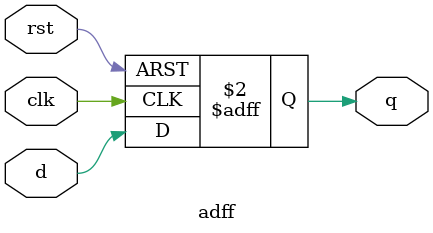
<source format=v>
module adff( input d, clk, rst, output reg q );
	always @( posedge clk, posedge rst )
		if (rst)
			q <= 0;
		else
			q <= d;
endmodule

</source>
